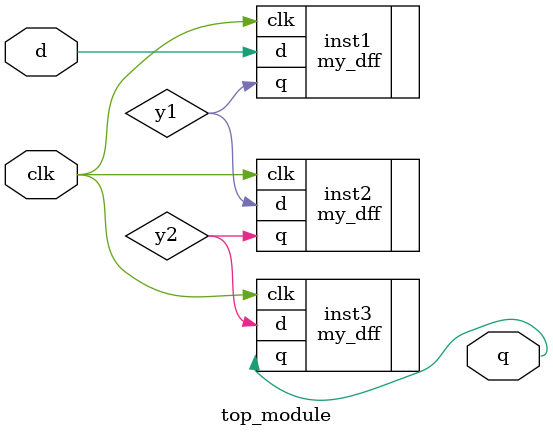
<source format=v>
module top_module ( input clk, input d, output q );
    
    //---> Internal Wires
    wire y1,y2,y3;
    
    //---> Instantiating modules [connecting by name]
    my_dff inst1(.clk(clk),.d(d),.q(y1));	// First d-ff
    my_dff inst2(.clk(clk),.d(y1),.q(y2));	// Second d-ff
    my_dff inst3(.clk(clk),.d(y2),.q(q));	// Third d-ff
    
    //---> Instantiating modules [connecting by position]
    // my_dff inst1( clk, d, a );
 	// my_dff inst2( clk, a, b );
 	// my_dff inst3( clk, b, q );
        
endmodule

</source>
